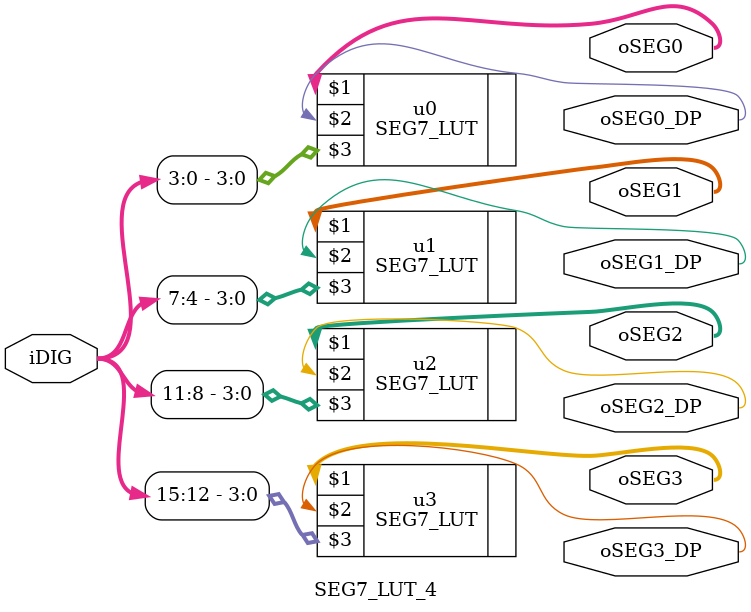
<source format=v>
module SEG7_LUT_4 (
    output [6:0]    oSEG0,
    output          oSEG0_DP,
    output [6:0]    oSEG1,
    output          oSEG1_DP,
    output [6:0]    oSEG2,
    output          oSEG2_DP,
    output [6:0]    oSEG3,
    output          oSEG3_DP,
    input [15:0]    iDIG
);

SEG7_LUT u0(oSEG0, oSEG0_DP, iDIG[3:0]);
SEG7_LUT u1(oSEG1, oSEG1_DP, iDIG[7:4]);
SEG7_LUT u2(oSEG2, oSEG2_DP, iDIG[11:8]);
SEG7_LUT u3(oSEG3, oSEG3_DP, iDIG[15:12]);

endmodule

</source>
